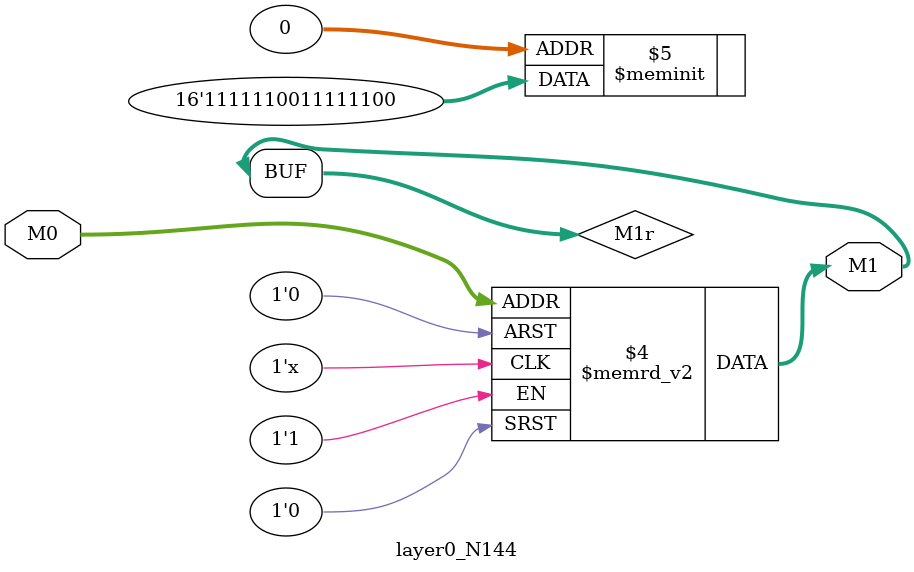
<source format=v>
module layer0_N144 ( input [2:0] M0, output [1:0] M1 );

	(*rom_style = "distributed" *) reg [1:0] M1r;
	assign M1 = M1r;
	always @ (M0) begin
		case (M0)
			3'b000: M1r = 2'b00;
			3'b100: M1r = 2'b00;
			3'b010: M1r = 2'b11;
			3'b110: M1r = 2'b11;
			3'b001: M1r = 2'b11;
			3'b101: M1r = 2'b11;
			3'b011: M1r = 2'b11;
			3'b111: M1r = 2'b11;

		endcase
	end
endmodule

</source>
